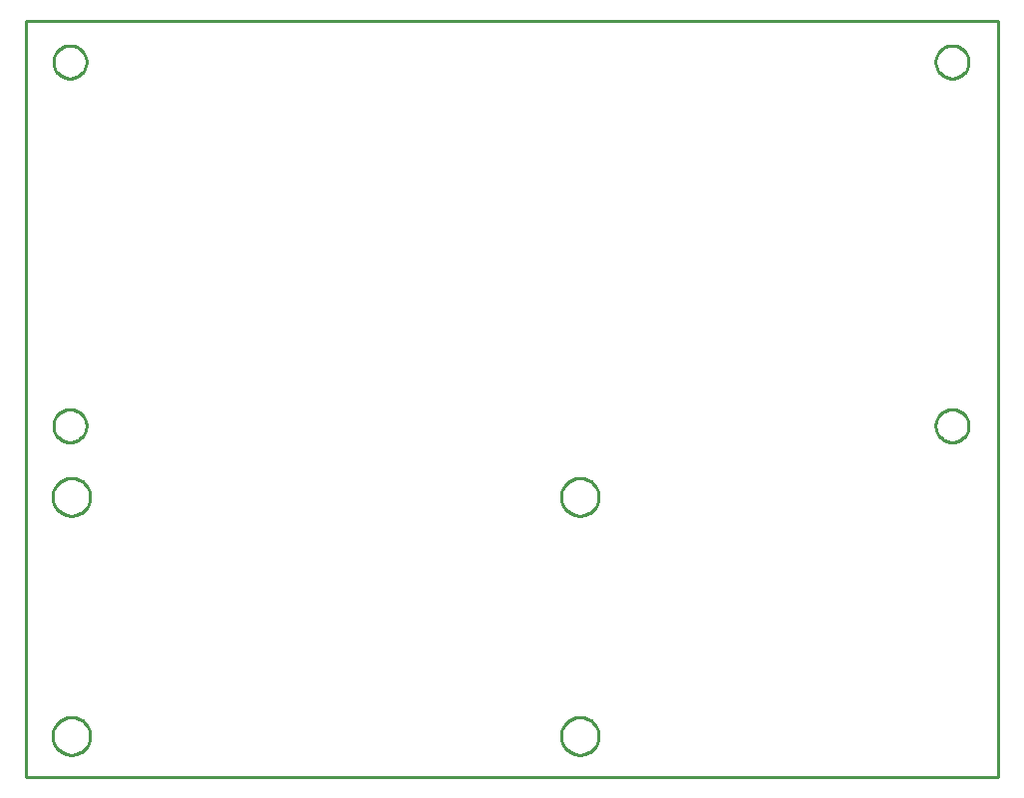
<source format=gbr>
G04 EAGLE Gerber RS-274X export*
G75*
%MOMM*%
%FSLAX34Y34*%
%LPD*%
%IN*%
%IPPOS*%
%AMOC8*
5,1,8,0,0,1.08239X$1,22.5*%
G01*
%ADD10C,0.254000*%


D10*
X38863Y966718D02*
X39117Y323361D01*
X864417Y323361D01*
X864163Y966718D01*
X38863Y966718D01*
X77995Y374664D02*
X79040Y374595D01*
X80079Y374459D01*
X81106Y374254D01*
X82118Y373983D01*
X83110Y373646D01*
X84078Y373245D01*
X85018Y372782D01*
X85925Y372258D01*
X86796Y371676D01*
X87627Y371039D01*
X88415Y370348D01*
X89155Y369607D01*
X89846Y368819D01*
X90484Y367988D01*
X91066Y367117D01*
X91590Y366210D01*
X92053Y365271D01*
X92454Y364303D01*
X92791Y363311D01*
X93062Y362299D01*
X93266Y361271D01*
X93403Y360233D01*
X93471Y359188D01*
X93471Y358140D01*
X93403Y357095D01*
X93266Y356056D01*
X93062Y355029D01*
X92791Y354017D01*
X92454Y353025D01*
X92053Y352057D01*
X91590Y351117D01*
X91066Y350210D01*
X90484Y349339D01*
X89846Y348508D01*
X89155Y347720D01*
X88415Y346980D01*
X87627Y346289D01*
X86796Y345651D01*
X85925Y345069D01*
X85018Y344545D01*
X84078Y344082D01*
X83110Y343681D01*
X82118Y343345D01*
X81106Y343073D01*
X80079Y342869D01*
X79040Y342732D01*
X77995Y342664D01*
X76947Y342664D01*
X75902Y342732D01*
X74864Y342869D01*
X73836Y343073D01*
X72824Y343345D01*
X71832Y343681D01*
X70864Y344082D01*
X69925Y344545D01*
X69018Y345069D01*
X68147Y345651D01*
X67316Y346289D01*
X66528Y346980D01*
X65787Y347720D01*
X65096Y348508D01*
X64459Y349339D01*
X63877Y350210D01*
X63353Y351117D01*
X62890Y352057D01*
X62489Y353025D01*
X62152Y354017D01*
X61881Y355029D01*
X61677Y356056D01*
X61540Y357095D01*
X61471Y358140D01*
X61471Y359188D01*
X61540Y360233D01*
X61677Y361271D01*
X61881Y362299D01*
X62152Y363311D01*
X62489Y364303D01*
X62890Y365271D01*
X63353Y366210D01*
X63877Y367117D01*
X64459Y367988D01*
X65096Y368819D01*
X65787Y369607D01*
X66528Y370348D01*
X67316Y371039D01*
X68147Y371676D01*
X69018Y372258D01*
X69925Y372782D01*
X70864Y373245D01*
X71832Y373646D01*
X72824Y373983D01*
X73836Y374254D01*
X74864Y374459D01*
X75902Y374595D01*
X76947Y374664D01*
X77995Y374664D01*
X77995Y577864D02*
X79040Y577795D01*
X80079Y577659D01*
X81106Y577454D01*
X82118Y577183D01*
X83110Y576846D01*
X84078Y576445D01*
X85018Y575982D01*
X85925Y575458D01*
X86796Y574876D01*
X87627Y574239D01*
X88415Y573548D01*
X89155Y572807D01*
X89846Y572019D01*
X90484Y571188D01*
X91066Y570317D01*
X91590Y569410D01*
X92053Y568471D01*
X92454Y567503D01*
X92791Y566511D01*
X93062Y565499D01*
X93266Y564471D01*
X93403Y563433D01*
X93471Y562388D01*
X93471Y561340D01*
X93403Y560295D01*
X93266Y559256D01*
X93062Y558229D01*
X92791Y557217D01*
X92454Y556225D01*
X92053Y555257D01*
X91590Y554317D01*
X91066Y553410D01*
X90484Y552539D01*
X89846Y551708D01*
X89155Y550920D01*
X88415Y550180D01*
X87627Y549489D01*
X86796Y548851D01*
X85925Y548269D01*
X85018Y547745D01*
X84078Y547282D01*
X83110Y546881D01*
X82118Y546545D01*
X81106Y546273D01*
X80079Y546069D01*
X79040Y545932D01*
X77995Y545864D01*
X76947Y545864D01*
X75902Y545932D01*
X74864Y546069D01*
X73836Y546273D01*
X72824Y546545D01*
X71832Y546881D01*
X70864Y547282D01*
X69925Y547745D01*
X69018Y548269D01*
X68147Y548851D01*
X67316Y549489D01*
X66528Y550180D01*
X65787Y550920D01*
X65096Y551708D01*
X64459Y552539D01*
X63877Y553410D01*
X63353Y554317D01*
X62890Y555257D01*
X62489Y556225D01*
X62152Y557217D01*
X61881Y558229D01*
X61677Y559256D01*
X61540Y560295D01*
X61471Y561340D01*
X61471Y562388D01*
X61540Y563433D01*
X61677Y564471D01*
X61881Y565499D01*
X62152Y566511D01*
X62489Y567503D01*
X62890Y568471D01*
X63353Y569410D01*
X63877Y570317D01*
X64459Y571188D01*
X65096Y572019D01*
X65787Y572807D01*
X66528Y573548D01*
X67316Y574239D01*
X68147Y574876D01*
X69018Y575458D01*
X69925Y575982D01*
X70864Y576445D01*
X71832Y576846D01*
X72824Y577183D01*
X73836Y577454D01*
X74864Y577659D01*
X75902Y577795D01*
X76947Y577864D01*
X77995Y577864D01*
X509795Y577864D02*
X510840Y577795D01*
X511879Y577659D01*
X512906Y577454D01*
X513918Y577183D01*
X514910Y576846D01*
X515878Y576445D01*
X516818Y575982D01*
X517725Y575458D01*
X518596Y574876D01*
X519427Y574239D01*
X520215Y573548D01*
X520955Y572807D01*
X521646Y572019D01*
X522284Y571188D01*
X522866Y570317D01*
X523390Y569410D01*
X523853Y568471D01*
X524254Y567503D01*
X524591Y566511D01*
X524862Y565499D01*
X525066Y564471D01*
X525203Y563433D01*
X525271Y562388D01*
X525271Y561340D01*
X525203Y560295D01*
X525066Y559256D01*
X524862Y558229D01*
X524591Y557217D01*
X524254Y556225D01*
X523853Y555257D01*
X523390Y554317D01*
X522866Y553410D01*
X522284Y552539D01*
X521646Y551708D01*
X520955Y550920D01*
X520215Y550180D01*
X519427Y549489D01*
X518596Y548851D01*
X517725Y548269D01*
X516818Y547745D01*
X515878Y547282D01*
X514910Y546881D01*
X513918Y546545D01*
X512906Y546273D01*
X511879Y546069D01*
X510840Y545932D01*
X509795Y545864D01*
X508747Y545864D01*
X507702Y545932D01*
X506664Y546069D01*
X505636Y546273D01*
X504624Y546545D01*
X503632Y546881D01*
X502664Y547282D01*
X501725Y547745D01*
X500818Y548269D01*
X499947Y548851D01*
X499116Y549489D01*
X498328Y550180D01*
X497587Y550920D01*
X496896Y551708D01*
X496259Y552539D01*
X495677Y553410D01*
X495153Y554317D01*
X494690Y555257D01*
X494289Y556225D01*
X493952Y557217D01*
X493681Y558229D01*
X493477Y559256D01*
X493340Y560295D01*
X493271Y561340D01*
X493271Y562388D01*
X493340Y563433D01*
X493477Y564471D01*
X493681Y565499D01*
X493952Y566511D01*
X494289Y567503D01*
X494690Y568471D01*
X495153Y569410D01*
X495677Y570317D01*
X496259Y571188D01*
X496896Y572019D01*
X497587Y572807D01*
X498328Y573548D01*
X499116Y574239D01*
X499947Y574876D01*
X500818Y575458D01*
X501725Y575982D01*
X502664Y576445D01*
X503632Y576846D01*
X504624Y577183D01*
X505636Y577454D01*
X506664Y577659D01*
X507702Y577795D01*
X508747Y577864D01*
X509795Y577864D01*
X509795Y374664D02*
X510840Y374595D01*
X511879Y374459D01*
X512906Y374254D01*
X513918Y373983D01*
X514910Y373646D01*
X515878Y373245D01*
X516818Y372782D01*
X517725Y372258D01*
X518596Y371676D01*
X519427Y371039D01*
X520215Y370348D01*
X520955Y369607D01*
X521646Y368819D01*
X522284Y367988D01*
X522866Y367117D01*
X523390Y366210D01*
X523853Y365271D01*
X524254Y364303D01*
X524591Y363311D01*
X524862Y362299D01*
X525066Y361271D01*
X525203Y360233D01*
X525271Y359188D01*
X525271Y358140D01*
X525203Y357095D01*
X525066Y356056D01*
X524862Y355029D01*
X524591Y354017D01*
X524254Y353025D01*
X523853Y352057D01*
X523390Y351117D01*
X522866Y350210D01*
X522284Y349339D01*
X521646Y348508D01*
X520955Y347720D01*
X520215Y346980D01*
X519427Y346289D01*
X518596Y345651D01*
X517725Y345069D01*
X516818Y344545D01*
X515878Y344082D01*
X514910Y343681D01*
X513918Y343345D01*
X512906Y343073D01*
X511879Y342869D01*
X510840Y342732D01*
X509795Y342664D01*
X508747Y342664D01*
X507702Y342732D01*
X506664Y342869D01*
X505636Y343073D01*
X504624Y343345D01*
X503632Y343681D01*
X502664Y344082D01*
X501725Y344545D01*
X500818Y345069D01*
X499947Y345651D01*
X499116Y346289D01*
X498328Y346980D01*
X497587Y347720D01*
X496896Y348508D01*
X496259Y349339D01*
X495677Y350210D01*
X495153Y351117D01*
X494690Y352057D01*
X494289Y353025D01*
X493952Y354017D01*
X493681Y355029D01*
X493477Y356056D01*
X493340Y357095D01*
X493271Y358140D01*
X493271Y359188D01*
X493340Y360233D01*
X493477Y361271D01*
X493681Y362299D01*
X493952Y363311D01*
X494289Y364303D01*
X494690Y365271D01*
X495153Y366210D01*
X495677Y367117D01*
X496259Y367988D01*
X496896Y368819D01*
X497587Y369607D01*
X498328Y370348D01*
X499116Y371039D01*
X499947Y371676D01*
X500818Y372258D01*
X501725Y372782D01*
X502664Y373245D01*
X503632Y373646D01*
X504624Y373983D01*
X505636Y374254D01*
X506664Y374459D01*
X507702Y374595D01*
X508747Y374664D01*
X509795Y374664D01*
X90200Y621800D02*
X90129Y620803D01*
X89986Y619813D01*
X89774Y618836D01*
X89492Y617876D01*
X89143Y616939D01*
X88727Y616029D01*
X88248Y615152D01*
X87707Y614310D01*
X87108Y613510D01*
X86453Y612754D01*
X85746Y612047D01*
X84990Y611392D01*
X84190Y610793D01*
X83348Y610252D01*
X82471Y609773D01*
X81561Y609357D01*
X80624Y609008D01*
X79665Y608726D01*
X78687Y608514D01*
X77698Y608371D01*
X76700Y608300D01*
X75700Y608300D01*
X74703Y608371D01*
X73713Y608514D01*
X72736Y608726D01*
X71776Y609008D01*
X70839Y609357D01*
X69929Y609773D01*
X69052Y610252D01*
X68210Y610793D01*
X67410Y611392D01*
X66654Y612047D01*
X65947Y612754D01*
X65292Y613510D01*
X64693Y614310D01*
X64152Y615152D01*
X63673Y616029D01*
X63257Y616939D01*
X62908Y617876D01*
X62626Y618836D01*
X62414Y619813D01*
X62271Y620803D01*
X62200Y621800D01*
X62200Y622800D01*
X62271Y623798D01*
X62414Y624787D01*
X62626Y625765D01*
X62908Y626724D01*
X63257Y627661D01*
X63673Y628571D01*
X64152Y629448D01*
X64693Y630290D01*
X65292Y631090D01*
X65947Y631846D01*
X66654Y632553D01*
X67410Y633208D01*
X68210Y633807D01*
X69052Y634348D01*
X69929Y634827D01*
X70839Y635243D01*
X71776Y635592D01*
X72736Y635874D01*
X73713Y636086D01*
X74703Y636229D01*
X75700Y636300D01*
X76700Y636300D01*
X77698Y636229D01*
X78687Y636086D01*
X79665Y635874D01*
X80624Y635592D01*
X81561Y635243D01*
X82471Y634827D01*
X83348Y634348D01*
X84190Y633807D01*
X84990Y633208D01*
X85746Y632553D01*
X86453Y631846D01*
X87108Y631090D01*
X87707Y630290D01*
X88248Y629448D01*
X88727Y628571D01*
X89143Y627661D01*
X89492Y626724D01*
X89774Y625765D01*
X89986Y624787D01*
X90129Y623798D01*
X90200Y622800D01*
X90200Y621800D01*
X90200Y931000D02*
X90129Y930003D01*
X89986Y929013D01*
X89774Y928036D01*
X89492Y927076D01*
X89143Y926139D01*
X88727Y925229D01*
X88248Y924352D01*
X87707Y923510D01*
X87108Y922710D01*
X86453Y921954D01*
X85746Y921247D01*
X84990Y920592D01*
X84190Y919993D01*
X83348Y919452D01*
X82471Y918973D01*
X81561Y918557D01*
X80624Y918208D01*
X79665Y917926D01*
X78687Y917714D01*
X77698Y917571D01*
X76700Y917500D01*
X75700Y917500D01*
X74703Y917571D01*
X73713Y917714D01*
X72736Y917926D01*
X71776Y918208D01*
X70839Y918557D01*
X69929Y918973D01*
X69052Y919452D01*
X68210Y919993D01*
X67410Y920592D01*
X66654Y921247D01*
X65947Y921954D01*
X65292Y922710D01*
X64693Y923510D01*
X64152Y924352D01*
X63673Y925229D01*
X63257Y926139D01*
X62908Y927076D01*
X62626Y928036D01*
X62414Y929013D01*
X62271Y930003D01*
X62200Y931000D01*
X62200Y932000D01*
X62271Y932998D01*
X62414Y933987D01*
X62626Y934965D01*
X62908Y935924D01*
X63257Y936861D01*
X63673Y937771D01*
X64152Y938648D01*
X64693Y939490D01*
X65292Y940290D01*
X65947Y941046D01*
X66654Y941753D01*
X67410Y942408D01*
X68210Y943007D01*
X69052Y943548D01*
X69929Y944027D01*
X70839Y944443D01*
X71776Y944792D01*
X72736Y945074D01*
X73713Y945286D01*
X74703Y945429D01*
X75700Y945500D01*
X76700Y945500D01*
X77698Y945429D01*
X78687Y945286D01*
X79665Y945074D01*
X80624Y944792D01*
X81561Y944443D01*
X82471Y944027D01*
X83348Y943548D01*
X84190Y943007D01*
X84990Y942408D01*
X85746Y941753D01*
X86453Y941046D01*
X87108Y940290D01*
X87707Y939490D01*
X88248Y938648D01*
X88727Y937771D01*
X89143Y936861D01*
X89492Y935924D01*
X89774Y934965D01*
X89986Y933987D01*
X90129Y932998D01*
X90200Y932000D01*
X90200Y931000D01*
X839400Y931000D02*
X839329Y930003D01*
X839186Y929013D01*
X838974Y928036D01*
X838692Y927076D01*
X838343Y926139D01*
X837927Y925229D01*
X837448Y924352D01*
X836907Y923510D01*
X836308Y922710D01*
X835653Y921954D01*
X834946Y921247D01*
X834190Y920592D01*
X833390Y919993D01*
X832548Y919452D01*
X831671Y918973D01*
X830761Y918557D01*
X829824Y918208D01*
X828865Y917926D01*
X827887Y917714D01*
X826898Y917571D01*
X825900Y917500D01*
X824900Y917500D01*
X823903Y917571D01*
X822913Y917714D01*
X821936Y917926D01*
X820976Y918208D01*
X820039Y918557D01*
X819129Y918973D01*
X818252Y919452D01*
X817410Y919993D01*
X816610Y920592D01*
X815854Y921247D01*
X815147Y921954D01*
X814492Y922710D01*
X813893Y923510D01*
X813352Y924352D01*
X812873Y925229D01*
X812457Y926139D01*
X812108Y927076D01*
X811826Y928036D01*
X811614Y929013D01*
X811471Y930003D01*
X811400Y931000D01*
X811400Y932000D01*
X811471Y932998D01*
X811614Y933987D01*
X811826Y934965D01*
X812108Y935924D01*
X812457Y936861D01*
X812873Y937771D01*
X813352Y938648D01*
X813893Y939490D01*
X814492Y940290D01*
X815147Y941046D01*
X815854Y941753D01*
X816610Y942408D01*
X817410Y943007D01*
X818252Y943548D01*
X819129Y944027D01*
X820039Y944443D01*
X820976Y944792D01*
X821936Y945074D01*
X822913Y945286D01*
X823903Y945429D01*
X824900Y945500D01*
X825900Y945500D01*
X826898Y945429D01*
X827887Y945286D01*
X828865Y945074D01*
X829824Y944792D01*
X830761Y944443D01*
X831671Y944027D01*
X832548Y943548D01*
X833390Y943007D01*
X834190Y942408D01*
X834946Y941753D01*
X835653Y941046D01*
X836308Y940290D01*
X836907Y939490D01*
X837448Y938648D01*
X837927Y937771D01*
X838343Y936861D01*
X838692Y935924D01*
X838974Y934965D01*
X839186Y933987D01*
X839329Y932998D01*
X839400Y932000D01*
X839400Y931000D01*
X839400Y621800D02*
X839329Y620803D01*
X839186Y619813D01*
X838974Y618836D01*
X838692Y617876D01*
X838343Y616939D01*
X837927Y616029D01*
X837448Y615152D01*
X836907Y614310D01*
X836308Y613510D01*
X835653Y612754D01*
X834946Y612047D01*
X834190Y611392D01*
X833390Y610793D01*
X832548Y610252D01*
X831671Y609773D01*
X830761Y609357D01*
X829824Y609008D01*
X828865Y608726D01*
X827887Y608514D01*
X826898Y608371D01*
X825900Y608300D01*
X824900Y608300D01*
X823903Y608371D01*
X822913Y608514D01*
X821936Y608726D01*
X820976Y609008D01*
X820039Y609357D01*
X819129Y609773D01*
X818252Y610252D01*
X817410Y610793D01*
X816610Y611392D01*
X815854Y612047D01*
X815147Y612754D01*
X814492Y613510D01*
X813893Y614310D01*
X813352Y615152D01*
X812873Y616029D01*
X812457Y616939D01*
X812108Y617876D01*
X811826Y618836D01*
X811614Y619813D01*
X811471Y620803D01*
X811400Y621800D01*
X811400Y622800D01*
X811471Y623798D01*
X811614Y624787D01*
X811826Y625765D01*
X812108Y626724D01*
X812457Y627661D01*
X812873Y628571D01*
X813352Y629448D01*
X813893Y630290D01*
X814492Y631090D01*
X815147Y631846D01*
X815854Y632553D01*
X816610Y633208D01*
X817410Y633807D01*
X818252Y634348D01*
X819129Y634827D01*
X820039Y635243D01*
X820976Y635592D01*
X821936Y635874D01*
X822913Y636086D01*
X823903Y636229D01*
X824900Y636300D01*
X825900Y636300D01*
X826898Y636229D01*
X827887Y636086D01*
X828865Y635874D01*
X829824Y635592D01*
X830761Y635243D01*
X831671Y634827D01*
X832548Y634348D01*
X833390Y633807D01*
X834190Y633208D01*
X834946Y632553D01*
X835653Y631846D01*
X836308Y631090D01*
X836907Y630290D01*
X837448Y629448D01*
X837927Y628571D01*
X838343Y627661D01*
X838692Y626724D01*
X838974Y625765D01*
X839186Y624787D01*
X839329Y623798D01*
X839400Y622800D01*
X839400Y621800D01*
M02*

</source>
